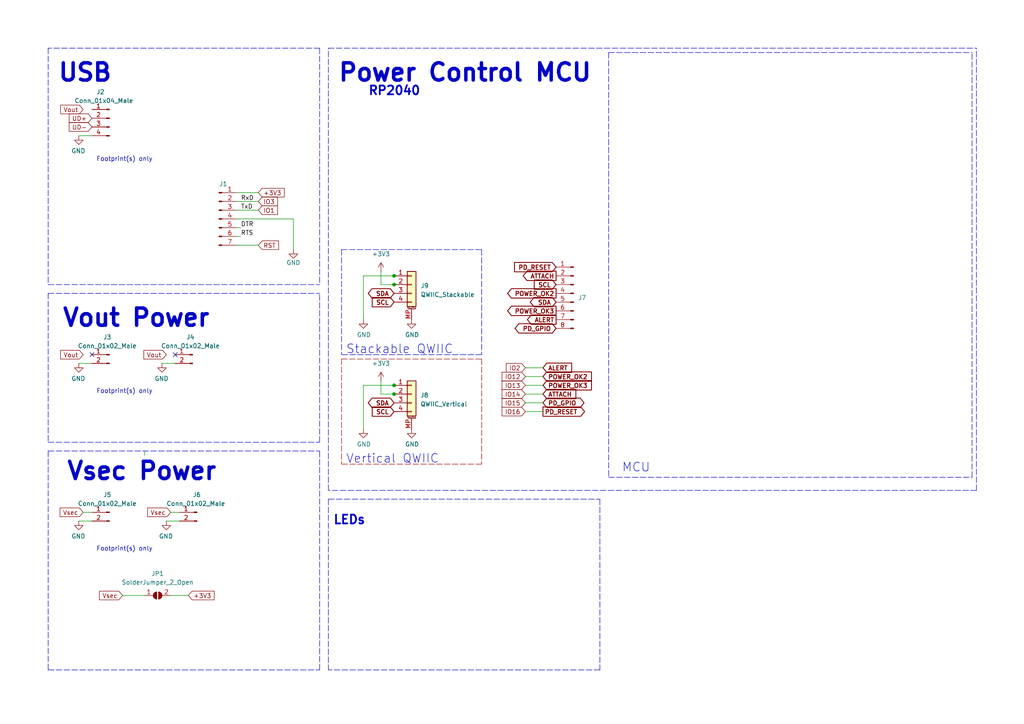
<source format=kicad_sch>
(kicad_sch (version 20211123) (generator eeschema)
  (paper "A4")
  (title_block (title "RP2040") (rev "0.0.0") (company "The Nerd Mage") (comment 2 "Massively a WIP!"))
  (lib_symbols
    (symbol "Connector:Conn_01x02_Male" (pin_names (offset 1.016) hide)
      (property "Reference" "J" (at 0 2.54 0))
      (property "Value" "Conn_01x02_Male" (at 0 -5.08 0))
      (symbol "Conn_01x02_Male_1_1"
        (pin passive line (at 5.08 0 180) (length 3.81) (name "Pin_1") (number "1"))
        (pin passive line (at 5.08 -2.54 180) (length 3.81) (name "Pin_2") (number "2"))
      )
    )
    (symbol "Connector:Conn_01x04_Male" (pin_names (offset 1.016) hide)
      (property "Reference" "J" (at 0 5.08 0))
      (property "Value" "Conn_01x04_Male" (at 0 -7.62 0))
      (symbol "Conn_01x04_Male_1_1"
        (pin passive line (at 5.08 2.54 180) (length 3.81) (name "Pin_1") (number "1"))
        (pin passive line (at 5.08 0 180) (length 3.81) (name "Pin_2") (number "2"))
        (pin passive line (at 5.08 -2.54 180) (length 3.81) (name "Pin_3") (number "3"))
        (pin passive line (at 5.08 -5.08 180) (length 3.81) (name "Pin_4") (number "4"))
      )
    )
    (symbol "Connector:Conn_01x07_Male" (pin_names (offset 1.016) hide)
      (property "Reference" "J" (at 0 10.16 0))
      (property "Value" "Conn_01x07_Male" (at 0 -10.16 0))
      (symbol "Conn_01x07_Male_1_1"
        (pin passive line (at 5.08 7.62 180) (length 3.81) (name "Pin_1") (number "1"))
        (pin passive line (at 5.08 5.08 180) (length 3.81) (name "Pin_2") (number "2"))
        (pin passive line (at 5.08 2.54 180) (length 3.81) (name "Pin_3") (number "3"))
        (pin passive line (at 5.08 0 180) (length 3.81) (name "Pin_4") (number "4"))
        (pin passive line (at 5.08 -2.54 180) (length 3.81) (name "Pin_5") (number "5"))
        (pin passive line (at 5.08 -5.08 180) (length 3.81) (name "Pin_6") (number "6"))
        (pin passive line (at 5.08 -7.62 180) (length 3.81) (name "Pin_7") (number "7"))
      )
    )
    (symbol "Connector:Conn_01x08_Male" (pin_names (offset 1.016) hide)
      (property "Reference" "J" (at 0 10.16 0))
      (property "Value" "Conn_01x08_Male" (at 0 -12.7 0))
      (symbol "Conn_01x08_Male_1_1"
        (pin passive line (at 5.08 7.62 180) (length 3.81) (name "Pin_1") (number "1"))
        (pin passive line (at 5.08 5.08 180) (length 3.81) (name "Pin_2") (number "2"))
        (pin passive line (at 5.08 2.54 180) (length 3.81) (name "Pin_3") (number "3"))
        (pin passive line (at 5.08 0 180) (length 3.81) (name "Pin_4") (number "4"))
        (pin passive line (at 5.08 -2.54 180) (length 3.81) (name "Pin_5") (number "5"))
        (pin passive line (at 5.08 -5.08 180) (length 3.81) (name "Pin_6") (number "6"))
        (pin passive line (at 5.08 -7.62 180) (length 3.81) (name "Pin_7") (number "7"))
        (pin passive line (at 5.08 -10.16 180) (length 3.81) (name "Pin_8") (number "8"))
      )
    )
    (symbol "Connector_Generic_MountingPin:Conn_01x04_MountingPin" (pin_names (offset 1.016) hide)
      (property "Reference" "J" (at 0 5.08 0))
      (property "Value" "Conn_01x04_MountingPin" (at 1.27 -7.62 0))
      (symbol "Conn_01x04_MountingPin_1_1"
        (text "Mounting" (at 0 -6.731 0) (effects (font (size 0.381 0.381))))
        (pin passive line (at -5.08 2.54 0) (length 3.81) (name "Pin_1") (number "1"))
        (pin passive line (at -5.08 0 0) (length 3.81) (name "Pin_2") (number "2"))
        (pin passive line (at -5.08 -2.54 0) (length 3.81) (name "Pin_3") (number "3"))
        (pin passive line (at -5.08 -5.08 0) (length 3.81) (name "Pin_4") (number "4"))
        (pin passive line (at 0 -10.16 90) (length 3.048) (name "MountPin") (number "MP"))
      )
    )
    (symbol "Connector_QWIIC_Stackable:QWIIC_Stackable" (pin_names (offset 1.016) hide)
      (property "Reference" "J" (at 0 5.08 0))
      (property "Value" "QWIIC_Stackable" (at 1.27 -7.62 0))
      (symbol "QWIIC_Stackable_1_1"
        (text "Mounting" (at 0 -6.731 0) (effects (font (size 0.381 0.381))))
        (pin passive line (at -5.08 2.54 0) (length 3.81) (name "Pin_1") (number "1"))
        (pin passive line (at -5.08 0 0) (length 3.81) (name "Pin_2") (number "2"))
        (pin passive line (at -5.08 -2.54 0) (length 3.81) (name "Pin_3") (number "3"))
        (pin passive line (at -5.08 -5.08 0) (length 3.81) (name "Pin_4") (number "4"))
        (pin passive line (at 0 -10.16 90) (length 3.048) (name "MountPin") (number "MP"))
      )
    )
    (symbol "Device:C" (pin_numbers hide) (pin_names (offset 0.254))
      (property "Reference" "C" (at 0.635 2.54 0))
      (property "Value" "C" (at 0.635 -2.54 0))
      (symbol "C_1_1"
        (pin passive line (at 0 3.81 270) (length 2.794) (name "~") (number "1"))
        (pin passive line (at 0 -3.81 90) (length 2.794) (name "~") (number "2"))
      )
    )
    (symbol "Device:Crystal_GND24" (pin_names (offset 1.016) hide)
      (property "Reference" "Y" (at 3.175 5.08 0))
      (property "Value" "Crystal_GND24" (at 3.175 3.175 0))
      (symbol "Crystal_GND24_1_1"
        (pin passive line (at -3.81 0 0) (length 1.27) (name "1") (number "1"))
        (pin passive line (at 0 5.08 270) (length 1.27) (name "2") (number "2"))
        (pin passive line (at 3.81 0 180) (length 1.27) (name "3") (number "3"))
        (pin passive line (at 0 -5.08 90) (length 1.27) (name "4") (number "4"))
      )
    )
    (symbol "Device:LED" (pin_numbers hide) (pin_names (offset 1.016) hide)
      (property "Reference" "D" (at 0 2.54 0))
      (property "Value" "LED" (at 0 -2.54 0))
      (symbol "LED_1_1"
        (pin passive line (at -3.81 0 0) (length 2.54) (name "K") (number "1"))
        (pin passive line (at 3.81 0 180) (length 2.54) (name "A") (number "2"))
      )
    )
    (symbol "Device:R" (pin_numbers hide) (pin_names (offset 0))
      (property "Reference" "R" (at 2.032 0 90))
      (property "Value" "R" (at 0 0 90))
      (symbol "R_1_1"
        (pin passive line (at 0 3.81 270) (length 1.27) (name "~") (number "1"))
        (pin passive line (at 0 -3.81 90) (length 1.27) (name "~") (number "2"))
      )
    )
    (symbol "Jumper:SolderJumper_2_Open" (pin_names (offset 0) hide)
      (property "Reference" "JP" (at 0 2.032 0))
      (property "Value" "SolderJumper_2_Open" (at 0 -2.54 0))
      (symbol "SolderJumper_2_Open_1_1"
        (pin passive line (at -3.81 0 0) (length 2.54) (name "A") (number "1"))
        (pin passive line (at 3.81 0 180) (length 2.54) (name "B") (number "2"))
      )
    )
    (symbol "MCU_RaspberryPi:RP2040"
      (property "Reference" "U" (at 17.78 45.72 0))
      (property "Value" "RP2040" (at 17.78 43.18 0))
      (symbol "RP2040_1_1"
        (pin power_in line (at 2.54 45.72 270) (length 3.81) (name "IOVDD") (number "1"))
        (pin passive line (at 2.54 45.72 270) (length 3.81) hide (name "IOVDD") (number "10"))
        (pin bidirectional line (at 25.4 17.78 180) (length 3.81) (name "GPIO8") (number "11"))
        (pin bidirectional line (at 25.4 15.24 180) (length 3.81) (name "GPIO9") (number "12"))
        (pin bidirectional line (at 25.4 12.7 180) (length 3.81) (name "GPIO10") (number "13"))
        (pin bidirectional line (at 25.4 10.16 180) (length 3.81) (name "GPIO11") (number "14"))
        (pin bidirectional line (at 25.4 7.62 180) (length 3.81) (name "GPIO12") (number "15"))
        (pin bidirectional line (at 25.4 5.08 180) (length 3.81) (name "GPIO13") (number "16"))
        (pin bidirectional line (at 25.4 2.54 180) (length 3.81) (name "GPIO14") (number "17"))
        (pin bidirectional line (at 25.4 0 180) (length 3.81) (name "GPIO15") (number "18"))
        (pin input line (at -25.4 -38.1 0) (length 3.81) (name "TESTEN") (number "19"))
        (pin bidirectional line (at 25.4 38.1 180) (length 3.81) (name "GPIO0") (number "2"))
        (pin input line (at -25.4 -7.62 0) (length 3.81) (name "XIN") (number "20"))
        (pin passive line (at -25.4 -17.78 0) (length 3.81) (name "XOUT") (number "21"))
        (pin passive line (at 2.54 45.72 270) (length 3.81) hide (name "IOVDD") (number "22"))
        (pin power_in line (at -2.54 45.72 270) (length 3.81) (name "DVDD") (number "23"))
        (pin output line (at -25.4 -27.94 0) (length 3.81) (name "SWCLK") (number "24"))
        (pin bidirectional line (at -25.4 -30.48 0) (length 3.81) (name "SWD") (number "25"))
        (pin input line (at -25.4 38.1 0) (length 3.81) (name "RUN") (number "26"))
        (pin bidirectional line (at 25.4 -2.54 180) (length 3.81) (name "GPIO16") (number "27"))
        (pin bidirectional line (at 25.4 -5.08 180) (length 3.81) (name "GPIO17") (number "28"))
        (pin bidirectional line (at 25.4 -7.62 180) (length 3.81) (name "GPIO18") (number "29"))
        (pin bidirectional line (at 25.4 35.56 180) (length 3.81) (name "GPIO1") (number "3"))
        (pin bidirectional line (at 25.4 -10.16 180) (length 3.81) (name "GPIO19") (number "30"))
        (pin bidirectional line (at 25.4 -12.7 180) (length 3.81) (name "GPIO20") (number "31"))
        (pin bidirectional line (at 25.4 -15.24 180) (length 3.81) (name "GPIO21") (number "32"))
        (pin passive line (at 2.54 45.72 270) (length 3.81) hide (name "IOVDD") (number "33"))
        (pin bidirectional line (at 25.4 -17.78 180) (length 3.81) (name "GPIO22") (number "34"))
        (pin bidirectional line (at 25.4 -20.32 180) (length 3.81) (name "GPIO23") (number "35"))
        (pin bidirectional line (at 25.4 -22.86 180) (length 3.81) (name "GPIO24") (number "36"))
        (pin bidirectional line (at 25.4 -25.4 180) (length 3.81) (name "GPIO25") (number "37"))
        (pin bidirectional line (at 25.4 -30.48 180) (length 3.81) (name "GPIO26_ADC0") (number "38"))
        (pin bidirectional line (at 25.4 -33.02 180) (length 3.81) (name "GPIO27_ADC1") (number "39"))
        (pin bidirectional line (at 25.4 33.02 180) (length 3.81) (name "GPIO2") (number "4"))
        (pin bidirectional line (at 25.4 -35.56 180) (length 3.81) (name "GPIO28_ADC2") (number "40"))
        (pin bidirectional line (at 25.4 -38.1 180) (length 3.81) (name "GPIO29_ADC3") (number "41"))
        (pin passive line (at 2.54 45.72 270) (length 3.81) hide (name "IOVDD") (number "42"))
        (pin power_in line (at 7.62 45.72 270) (length 3.81) (name "ADC_AVDD") (number "43"))
        (pin power_in line (at 10.16 45.72 270) (length 3.81) (name "VREG_IN") (number "44"))
        (pin power_out line (at -5.08 45.72 270) (length 3.81) (name "VREG_VOUT") (number "45"))
        (pin bidirectional line (at -25.4 27.94 0) (length 3.81) (name "USB_DM") (number "46"))
        (pin bidirectional line (at -25.4 30.48 0) (length 3.81) (name "USB_DP") (number "47"))
        (pin power_in line (at 5.08 45.72 270) (length 3.81) (name "USB_VDD") (number "48"))
        (pin passive line (at 2.54 45.72 270) (length 3.81) hide (name "IOVDD") (number "49"))
        (pin bidirectional line (at 25.4 30.48 180) (length 3.81) (name "GPIO3") (number "5"))
        (pin passive line (at -2.54 45.72 270) (length 3.81) hide (name "DVDD") (number "50"))
        (pin bidirectional line (at -25.4 7.62 0) (length 3.81) (name "QSPI_SD3") (number "51"))
        (pin output line (at -25.4 5.08 0) (length 3.81) (name "QSPI_SCLK") (number "52"))
        (pin bidirectional line (at -25.4 15.24 0) (length 3.81) (name "QSPI_SD0") (number "53"))
        (pin bidirectional line (at -25.4 10.16 0) (length 3.81) (name "QSPI_SD2") (number "54"))
        (pin bidirectional line (at -25.4 12.7 0) (length 3.81) (name "QSPI_SD1") (number "55"))
        (pin bidirectional line (at -25.4 20.32 0) (length 3.81) (name "QSPI_SS") (number "56"))
        (pin power_in line (at 0 -45.72 90) (length 3.81) (name "GND") (number "57"))
        (pin bidirectional line (at 25.4 27.94 180) (length 3.81) (name "GPIO4") (number "6"))
        (pin bidirectional line (at 25.4 25.4 180) (length 3.81) (name "GPIO5") (number "7"))
        (pin bidirectional line (at 25.4 22.86 180) (length 3.81) (name "GPIO6") (number "8"))
        (pin bidirectional line (at 25.4 20.32 180) (length 3.81) (name "GPIO7") (number "9"))
      )
    )
    (symbol "Memory_Flash:W25Q32JVZP"
      (property "Reference" "U" (at -8.89 8.89 0))
      (property "Value" "W25Q32JVZP" (at 7.62 8.89 0))
      (symbol "W25Q32JVZP_1_1"
        (pin input line (at -12.7 2.54 0) (length 2.54) (name "~{CS}") (number "1"))
        (pin bidirectional line (at 12.7 2.54 180) (length 2.54) (name "DO(IO1)") (number "2"))
        (pin bidirectional line (at 12.7 -2.54 180) (length 2.54) (name "IO2") (number "3"))
        (pin power_in line (at 0 -10.16 90) (length 2.54) (name "GND") (number "4"))
        (pin bidirectional line (at 12.7 5.08 180) (length 2.54) (name "DI(IO0)") (number "5"))
        (pin input line (at -12.7 -2.54 0) (length 2.54) (name "CLK") (number "6"))
        (pin bidirectional line (at 12.7 -5.08 180) (length 2.54) (name "IO3") (number "7"))
        (pin power_in line (at 0 10.16 270) (length 2.54) (name "VCC") (number "8"))
        (pin passive line (at 2.54 -10.16 90) (length 2.54) (name "EP") (number "9"))
      )
    )
    (symbol "Transistor_FET:DMG1012T" (pin_names (offset 0) hide)
      (property "Reference" "Q" (at 5.08 1.905 0))
      (property "Value" "DMG1012T" (at 5.08 0 0))
      (symbol "DMG1012T_1_1"
        (pin input line (at -5.08 0 0) (length 2.54) (name "G") (number "1"))
        (pin passive line (at 2.54 -5.08 90) (length 2.54) (name "S") (number "2"))
        (pin passive line (at 2.54 5.08 270) (length 2.54) (name "D") (number "3"))
      )
    )
    (symbol "XL-1010RGBC-WS2812B:XL-1010RGBC-WS2812B"
      (property "Value" "XL-1010RGBC-WS2812B" (at 0 0 0))
      (property "Reference_1" "LED" (at 21.59 7.62 0))
      (property "Value_1" "XL-1010RGBC-WS2812B" (at 21.59 5.08 0))
      (symbol "XL-1010RGBC-WS2812B_1_1"
        (pin passive line (at 0 0 0) (length 5.08) (name "DO") (number "1"))
        (pin passive line (at 25.4 0 180) (length 5.08) (name "VDD") (number "2"))
        (pin passive line (at 0 -2.54 0) (length 5.08) (name "GND") (number "3"))
        (pin passive line (at 25.4 -2.54 180) (length 5.08) (name "DI") (number "4"))
      )
    )
    (symbol "power:+1V1" (power) (pin_names (offset 0))
      (property "Value" "+1V1" (at 0 3.556 0))
      (symbol "+1V1_1_1"
        (pin power_in line (at 0 0 90) (length 0) hide (name "+1V1") (number "1"))
      )
    )
    (symbol "power:+3.3V" (power) (pin_names (offset 0))
      (property "Value" "+3.3V" (at 0 3.556 0))
      (symbol "+3.3V_1_1"
        (pin power_in line (at 0 0 90) (length 0) hide (name "+3V3") (number "1"))
      )
    )
    (symbol "power:+3V3" (power) (pin_names (offset 0))
      (property "Value" "+3V3" (at 0 3.556 0))
      (symbol "+3V3_1_1"
        (pin power_in line (at 0 0 90) (length 0) hide (name "+3V3") (number "1"))
      )
    )
    (symbol "power:GND" (power) (pin_names (offset 0))
      (property "Value" "GND" (at 0 -3.81 0))
      (symbol "GND_1_1"
        (pin power_in line (at 0 0 270) (length 0) hide (name "GND") (number "1"))
      )
    )
  )
  (junction (at 114.3 82.55))
  (junction (at 463.55 121.92))
  (junction (at 321.31 125.73))
  (junction (at 469.9 121.92))
  (junction (at 482.6 121.92))
  (junction (at 444.5 121.92))
  (junction (at 444.5 106.68))
  (junction (at 463.55 106.68))
  (junction (at 114.3 111.76))
  (junction (at 482.6 106.68))
  (junction (at 381 43.18))
  (junction (at 342.9 181.61))
  (junction (at 314.96 130.81))
  (junction (at 424.18 33.02))
  (junction (at 424.18 43.18))
  (junction (at 434.34 74.93))
  (junction (at 457.2 121.92))
  (junction (at 114.3 80.01))
  (junction (at 457.2 106.68))
  (junction (at 342.9 167.64))
  (junction (at 434.34 88.9))
  (junction (at 542.29 111.76))
  (junction (at 393.7 26.67))
  (junction (at 114.3 114.3))
  (junction (at 334.01 125.73))
  (junction (at 469.9 106.68))
  (junction (at 386.08 26.67))
  (junction (at 381 26.67))
  (no_connect (at 50.8 102.87))
  (no_connect (at 26.67 102.87))
  (wire (pts (xy 114.3 114.3) (xy 114.2451 114.3184)))
  (wire (pts (xy 334.01 109.22) (xy 334.01 125.73)))
  (wire (pts (xy 457.2 106.68) (xy 463.55 106.68)))
  (wire (pts (xy 552.45 58.42) (xy 556.26 58.42)))
  (wire (pts (xy 424.18 31.75) (xy 424.18 33.02)))
  (wire (pts (xy 444.5 106.68) (xy 444.5 110.49)))
  (wire (pts (xy 463.55 106.68) (xy 469.9 106.68)))
  (wire (pts (xy 114.3 82.55) (xy 110.49 82.55)))
  (wire (pts (xy 35.56 172.72) (xy 41.91 172.72)))
  (wire (pts (xy 386.08 26.67) (xy 386.08 45.72)))
  (wire (pts (xy 68.58 66.04) (xy 69.85 66.04)))
  (polyline (pts (xy 95.25 144.78) (xy 173.99 144.78)))
  (polyline (pts (xy 92.71 13.97) (xy 92.71 82.55)))
  (wire (pts (xy 358.14 156.21) (xy 358.14 160.02)))
  (polyline (pts (xy 176.53 138.43) (xy 281.94 138.43)))
  (wire (pts (xy 114.3 82.55) (xy 114.2451 82.5684)))
  (polyline (pts (xy 92.71 13.97) (xy 13.97 13.97)))
  (polyline (pts (xy 13.97 128.27) (xy 92.71 128.27)))
  (wire (pts (xy 463.55 121.92) (xy 469.9 121.92)))
  (wire (pts (xy 326.39 63.5) (xy 326.39 66.04)))
  (polyline (pts (xy 95.25 144.78) (xy 95.25 194.31)))
  (polyline (pts (xy 99.06 104.14) (xy 99.06 134.62)) (stroke (width 0) (color 155 0 0 1)))
  (wire (pts (xy 327.66 130.81) (xy 314.96 130.81)))
  (wire (pts (xy 342.9 167.64) (xy 342.9 165.1)))
  (wire (pts (xy 393.7 26.67) (xy 393.7 45.72)))
  (wire (pts (xy 559.0655 15.24) (xy 559.0655 33.02)))
  (wire (pts (xy 110.49 114.3) (xy 110.49 110.49)))
  (polyline (pts (xy 92.71 128.27) (xy 92.71 85.09)))
  (wire (pts (xy 434.34 88.9) (xy 434.34 85.09)))
  (polyline (pts (xy 139.7 72.39) (xy 139.7 102.87)))
  (wire (pts (xy 393.7 20.32) (xy 393.7 26.67)))
  (wire (pts (xy 457.2 106.68) (xy 457.2 110.49)))
  (wire (pts (xy 114.3 80.01) (xy 105.41 80.01)))
  (polyline (pts (xy 312.42 116.84) (xy 342.9 116.84)) (stroke (width 0) (type solid) (color 127 31 31 1)))
  (wire (pts (xy 331.47 125.73) (xy 334.01 125.73)))
  (wire (pts (xy 334.01 125.73) (xy 334.01 132.08)))
  (wire (pts (xy 358.14 109.22) (xy 334.01 109.22)))
  (polyline (pts (xy 13.97 130.81) (xy 92.71 130.81)))
  (polyline (pts (xy 99.06 104.14) (xy 139.7 104.14)) (stroke (width 0) (color 155 0 0 1)))
  (wire (pts (xy 381 26.67) (xy 381 43.18)))
  (wire (pts (xy 424.18 33.02) (xy 424.18 34.29)))
  (wire (pts (xy 85.09 63.5) (xy 68.58 63.5)))
  (wire (pts (xy 482.6 106.68) (xy 482.6 110.49)))
  (wire (pts (xy 469.9 106.68) (xy 469.9 110.49)))
  (wire (pts (xy 482.6 118.11) (xy 482.6 121.92)))
  (wire (pts (xy 457.2 118.11) (xy 457.2 121.92)))
  (polyline (pts (xy 13.97 85.09) (xy 13.97 128.27)))
  (wire (pts (xy 434.34 74.93) (xy 434.34 77.47)))
  (wire (pts (xy 152.4 109.22) (xy 157.48 109.22)))
  (wire (pts (xy 447.04 74.93) (xy 434.34 74.93)))
  (wire (pts (xy 334.01 58.42) (xy 339.09 58.42)))
  (wire (pts (xy 444.5 118.11) (xy 444.5 121.92)))
  (wire (pts (xy 391.16 43.18) (xy 424.18 43.18)))
  (polyline (pts (xy 173.99 194.31) (xy 95.25 194.31)))
  (wire (pts (xy 533.4 57.15) (xy 533.4 58.42)))
  (polyline (pts (xy 176.53 15.24) (xy 176.53 138.43)))
  (polyline (pts (xy 281.94 138.43) (xy 281.94 15.24)))
  (wire (pts (xy 331.47 167.64) (xy 342.9 167.64)))
  (wire (pts (xy 462.28 55.88) (xy 467.36 55.88)))
  (wire (pts (xy 85.09 72.39) (xy 85.09 63.5)))
  (polyline (pts (xy 13.97 194.31) (xy 92.71 194.31)))
  (wire (pts (xy 26.67 39.37) (xy 22.86 39.37)))
  (wire (pts (xy 110.49 82.55) (xy 110.49 78.74)))
  (wire (pts (xy 495.3 121.92) (xy 495.3 118.11)))
  (wire (pts (xy 424.18 41.91) (xy 424.18 43.18)))
  (polyline (pts (xy 13.97 82.55) (xy 92.71 82.55)))
  (wire (pts (xy 424.18 43.18) (xy 424.18 44.45)))
  (wire (pts (xy 388.62 45.72) (xy 388.62 26.67)))
  (wire (pts (xy 331.47 181.61) (xy 342.9 181.61)))
  (wire (pts (xy 431.8 121.92) (xy 444.5 121.92)))
  (wire (pts (xy 381 43.18) (xy 381 45.72)))
  (wire (pts (xy 378.46 43.18) (xy 378.46 45.72)))
  (polyline (pts (xy 95.25 142.24) (xy 95.25 13.97)))
  (polyline (pts (xy 92.71 194.31) (xy 92.71 130.81)))
  (polyline (pts (xy 13.97 130.81) (xy 13.97 194.31)))
  (wire (pts (xy 559.0655 33.02) (xy 553.72 33.02)))
  (wire (pts (xy 152.4 119.38) (xy 157.48 119.38)))
  (wire (pts (xy 447.04 77.47) (xy 447.04 74.93)))
  (wire (pts (xy 68.58 71.12) (xy 74.93 71.12)))
  (wire (pts (xy 321.31 99.06) (xy 321.31 125.73)))
  (wire (pts (xy 495.3 110.49) (xy 495.3 106.68)))
  (polyline (pts (xy 312.42 116.84) (xy 312.42 147.32)) (stroke (width 0) (type solid) (color 127 31 31 1)))
  (polyline (pts (xy 95.25 13.97) (xy 283.21 13.97)))
  (polyline (pts (xy 283.21 142.24) (xy 95.25 142.24)))
  (wire (pts (xy 321.31 125.73) (xy 323.85 125.73)))
  (polyline (pts (xy 99.06 72.39) (xy 139.7 72.39)))
  (polyline (pts (xy 13.97 13.97) (xy 13.97 82.55)))
  (wire (pts (xy 444.5 106.68) (xy 457.2 106.68)))
  (wire (pts (xy 68.58 58.42) (xy 74.93 58.42)))
  (wire (pts (xy 314.96 120.65) (xy 314.96 130.81)))
  (wire (pts (xy 26.67 105.41) (xy 22.86 105.41)))
  (wire (pts (xy 469.9 121.92) (xy 482.6 121.92)))
  (wire (pts (xy 152.4 114.3) (xy 157.48 114.3)))
  (wire (pts (xy 434.34 73.66) (xy 434.34 74.93)))
  (wire (pts (xy 533.4 58.42) (xy 534.67 58.42)))
  (polyline (pts (xy 312.42 147.32) (xy 342.9 147.32)) (stroke (width 0) (type solid) (color 127 31 31 1)))
  (polyline (pts (xy 139.7 104.14) (xy 139.7 134.62)) (stroke (width 0) (color 155 0 0 1)))
  (wire (pts (xy 431.8 118.11) (xy 431.8 121.92)))
  (wire (pts (xy 556.26 74.93) (xy 556.26 76.2)))
  (wire (pts (xy 482.6 121.92) (xy 495.3 121.92)))
  (wire (pts (xy 68.58 55.88) (xy 74.93 55.88)))
  (wire (pts (xy 339.09 60.96) (xy 358.14 60.96)))
  (wire (pts (xy 68.58 68.58) (xy 69.85 68.58)))
  (wire (pts (xy 68.58 60.96) (xy 74.93 60.96)))
  (wire (pts (xy 41.91 132.08) (xy 41.91 130.81)))
  (polyline (pts (xy 99.06 72.39) (xy 99.06 102.87)))
  (wire (pts (xy 358.14 99.06) (xy 321.31 99.06)))
  (wire (pts (xy 447.04 85.09) (xy 447.04 88.9)))
  (wire (pts (xy 537.21 13.97) (xy 537.21 15.24)))
  (wire (pts (xy 474.98 55.88) (xy 481.33 55.88)))
  (polyline (pts (xy 342.9 147.32) (xy 342.9 116.84)) (stroke (width 0) (type solid) (color 127 31 31 1)))
  (wire (pts (xy 391.16 43.18) (xy 391.16 45.72)))
  (wire (pts (xy 342.9 167.64) (xy 342.9 171.45)))
  (wire (pts (xy 152.4 106.68) (xy 157.48 106.68)))
  (wire (pts (xy 321.31 125.73) (xy 321.31 132.08)))
  (wire (pts (xy 49.53 172.72) (xy 54.61 172.72)))
  (wire (pts (xy 469.9 118.11) (xy 469.9 121.92)))
  (wire (pts (xy 549.91 74.93) (xy 556.26 74.93)))
  (wire (pts (xy 444.5 121.92) (xy 457.2 121.92)))
  (wire (pts (xy 152.4 111.76) (xy 157.48 111.76)))
  (wire (pts (xy 542.29 105.41) (xy 542.29 111.76)))
  (wire (pts (xy 339.09 66.04) (xy 339.09 63.5)))
  (wire (pts (xy 542.29 111.76) (xy 542.29 120.65)))
  (wire (pts (xy 424.18 33.02) (xy 430.53 33.02)))
  (wire (pts (xy 544.83 58.42) (xy 542.29 58.42)))
  (wire (pts (xy 342.9 181.61) (xy 342.9 179.07)))
  (wire (pts (xy 49.53 148.59) (xy 52.07 148.59)))
  (wire (pts (xy 381 43.18) (xy 378.46 43.18)))
  (wire (pts (xy 431.8 110.49) (xy 431.8 106.68)))
  (wire (pts (xy 114.3 111.76) (xy 114.2451 111.7784)))
  (wire (pts (xy 353.06 167.64) (xy 342.9 167.64)))
  (wire (pts (xy 556.26 58.42) (xy 556.26 59.69)))
  (wire (pts (xy 381 20.32) (xy 381 26.67)))
  (wire (pts (xy 431.8 106.68) (xy 444.5 106.68)))
  (wire (pts (xy 105.41 80.01) (xy 105.41 92.71)))
  (wire (pts (xy 114.3 111.76) (xy 105.41 111.76)))
  (wire (pts (xy 327.66 120.65) (xy 314.96 120.65)))
  (wire (pts (xy 339.09 63.5) (xy 358.14 63.5)))
  (wire (pts (xy 114.3 114.3) (xy 110.49 114.3)))
  (wire (pts (xy 447.04 88.9) (xy 434.34 88.9)))
  (wire (pts (xy 495.3 106.68) (xy 482.6 106.68)))
  (wire (pts (xy 546.1 15.24) (xy 559.0655 15.24)))
  (wire (pts (xy 388.62 26.67) (xy 386.08 26.67)))
  (polyline (pts (xy 173.99 144.78) (xy 173.99 194.31)))
  (polyline (pts (xy 139.7 134.62) (xy 99.06 134.62)) (stroke (width 0) (color 155 0 0 1)))
  (wire (pts (xy 52.07 151.13) (xy 48.26 151.13)))
  (wire (pts (xy 469.9 106.68) (xy 482.6 106.68)))
  (wire (pts (xy 50.8 105.41) (xy 46.99 105.41)))
  (wire (pts (xy 537.21 15.24) (xy 538.48 15.24)))
  (wire (pts (xy 114.3 80.01) (xy 114.2451 80.0284)))
  (polyline (pts (xy 283.21 142.24) (xy 283.21 13.97)))
  (polyline (pts (xy 139.7 102.87) (xy 99.06 102.87)))
  (wire (pts (xy 386.08 20.32) (xy 386.08 26.67)))
  (polyline (pts (xy 13.97 85.09) (xy 92.71 85.09)))
  (wire (pts (xy 339.09 58.42) (xy 339.09 60.96)))
  (wire (pts (xy 24.13 148.59) (xy 26.67 148.59)))
  (wire (pts (xy 331.47 171.45) (xy 331.47 167.64)))
  (polyline (pts (xy 176.53 15.24) (xy 281.94 15.24)))
  (wire (pts (xy 26.67 151.13) (xy 22.86 151.13)))
  (wire (pts (xy 105.41 111.76) (xy 105.41 124.46)))
  (wire (pts (xy 326.39 58.42) (xy 326.39 60.96)))
  (wire (pts (xy 334.01 66.04) (xy 339.09 66.04)))
  (wire (pts (xy 331.47 179.07) (xy 331.47 181.61)))
  (wire (pts (xy 457.2 121.92) (xy 463.55 121.92)))
  (wire (pts (xy 314.96 130.81) (xy 314.96 139.7)))
  (wire (pts (xy 152.4 116.84) (xy 157.48 116.84)))
  (text "Vsec Power" (at 19.05 139.7 0) (effects (font (size 5 5) (thickness 1) bold) (justify left bottom)))
  (text "Vout Power" (at 17.78 95.25 0) (effects (font (size 5 5) (thickness 1) bold) (justify left bottom)))
  (text "MCU" (at 180.34 137.16 0) (effects (font (size 2.54 2.54)) (justify left bottom)))
  (text "Footprint(s) only" (at 27.94 46.99 0) (effects (font (size 1.27 1.27)) (justify left bottom)))
  (text "Footprint(s) only" (at 27.94 160.02 0) (effects (font (size 1.27 1.27)) (justify left bottom)))
  (text "RP2040" (at 106.68 27.94 180) (effects (font (size 2.54 2.54) (thickness 0.508) bold) (justify left bottom)))
  (text "USB" (at 16.51 24.13 0) (effects (font (size 5 5) (thickness 1) bold) (justify left bottom)))
  (text "Stackable QWIIC" (at 100.33 102.87 0) (effects (font (size 2.54 2.54)) (justify left bottom)))
  (text "Vertical QWIIC" (at 100.33 134.62 0) (effects (font (size 2.54 2.54)) (justify left bottom)))
  (text "Power Control MCU" (at 97.79 24.13 0) (effects (font (size 5 5) (thickness 1) bold) (justify left bottom)))
  (text "Footprint(s) only" (at 27.94 114.3 0) (effects (font (size 1.27 1.27)) (justify left bottom)))
  (text "LEDs" (at 96.52 152.4 180) (effects (font (size 2.54 2.54) (thickness 0.508) bold) (justify left bottom)))
  (label "RxD" (at 69.85 58.42 0))
  (label "USB_DP" (at 350.52 60.96 0))
  (label "Xout" (at 350.52 109.22 0))
  (label "USB_DM" (at 350.52 63.5 0))
  (label "RTS" (at 69.85 68.58 0))
  (label "TxD" (at 69.85 60.96 0))
  (label "DTR" (at 69.85 66.04 0))
  (label "Xin" (at 350.52 99.06 0))
  (global_label "io17" (shape input) (at 408.94 96.52 0) (property "Intersheet References" "${INTERSHEET_REFS}" (effects hide)))
  (global_label "io27" (shape input) (at 408.94 124.46 0) (property "Intersheet References" "${INTERSHEET_REFS}" (effects hide)))
  (global_label "QSPI_SD1" (shape input) (at 554.99 128.27 0) (property "Intersheet References" "${INTERSHEET_REFS}" (effects hide)))
  (global_label "QSPI_SD3" (shape input) (at 358.14 83.82 180) (effects (font (thickness 0.254) bold)) (property "Intersheet References" "${INTERSHEET_REFS}" (effects hide)))
  (global_label "PD_RESET" (shape output) (at 157.48 119.38 0) (effects (font (thickness 0.254) bold)) (property "Intersheet References" "${INTERSHEET_REFS}" (effects hide)))
  (global_label "IO12" (shape input) (at 152.4 109.22 180) (property "Intersheet References" "${INTERSHEET_REFS}" (effects hide)))
  (global_label "QSPI_SD0" (shape input) (at 554.99 125.73 0) (property "Intersheet References" "${INTERSHEET_REFS}" (effects hide)))
  (global_label "io5" (shape input) (at 408.94 66.04 0) (property "Intersheet References" "${INTERSHEET_REFS}" (effects hide)))
  (global_label "QSPI_SD2" (shape input) (at 358.14 81.28 180) (effects (font (thickness 0.254) bold)) (property "Intersheet References" "${INTERSHEET_REFS}" (effects hide)))
  (global_label "ATTACH" (shape input) (at 157.48 114.3 0) (effects (font (thickness 0.254) bold)) (property "Intersheet References" "${INTERSHEET_REFS}" (effects hide)))
  (global_label "io7" (shape input) (at 408.94 71.12 0) (property "Intersheet References" "${INTERSHEET_REFS}" (effects hide)))
  (global_label "PD_GPIO" (shape bidirectional) (at 161.29 95.25 180) (effects (font (thickness 0.254) bold)) (property "Intersheet References" "${INTERSHEET_REFS}" (effects hide)))
  (global_label "IO2" (shape input) (at 152.4 106.68 180) (property "Intersheet References" "${INTERSHEET_REFS}" (effects hide)))
  (global_label "Vout" (shape input) (at 24.13 31.75 180) (property "Intersheet References" "${INTERSHEET_REFS}" (effects hide)))
  (global_label "io23" (shape input) (at 408.94 111.76 0) (property "Intersheet References" "${INTERSHEET_REFS}" (effects hide)))
  (global_label "POWER_OK2" (shape input) (at 157.48 109.22 0) (effects (font (thickness 0.254) bold)) (property "Intersheet References" "${INTERSHEET_REFS}" (effects hide)))
  (global_label "IO16" (shape input) (at 152.4 119.38 180) (property "Intersheet References" "${INTERSHEET_REFS}" (effects hide)))
  (global_label "SDA" (shape bidirectional) (at 114.3 116.84 180) (effects (font bold)) (property "Intersheet References" "${INTERSHEET_REFS}" (effects hide)))
  (global_label "io14" (shape input) (at 408.94 88.9 0) (property "Intersheet References" "${INTERSHEET_REFS}" (effects hide)))
  (global_label "io1" (shape input) (at 408.94 55.88 0) (property "Intersheet References" "${INTERSHEET_REFS}" (effects hide)))
  (global_label "Vout" (shape input) (at 24.13 102.87 180) (property "Intersheet References" "${INTERSHEET_REFS}" (effects hide)))
  (global_label "QSPI_SCLK" (shape input) (at 358.14 86.36 180) (effects (font (thickness 0.254) bold)) (property "Intersheet References" "${INTERSHEET_REFS}" (effects hide)))
  (global_label "PD_RESET" (shape input) (at 161.29 77.47 180) (effects (font (thickness 0.254) bold)) (property "Intersheet References" "${INTERSHEET_REFS}" (effects hide)))
  (global_label "io10" (shape input) (at 408.94 78.74 0) (property "Intersheet References" "${INTERSHEET_REFS}" (effects hide)))
  (global_label "io22" (shape input) (at 408.94 109.22 0) (property "Intersheet References" "${INTERSHEET_REFS}" (effects hide)))
  (global_label "io11" (shape input) (at 408.94 81.28 0) (property "Intersheet References" "${INTERSHEET_REFS}" (effects hide)))
  (global_label "PD_GPIO" (shape bidirectional) (at 157.48 116.84 0) (effects (font (thickness 0.254) bold)) (property "Intersheet References" "${INTERSHEET_REFS}" (effects hide)))
  (global_label "Vsec" (shape input) (at 24.13 148.59 180) (property "Intersheet References" "${INTERSHEET_REFS}" (effects hide)))
  (global_label "IO15" (shape input) (at 152.4 116.84 180) (property "Intersheet References" "${INTERSHEET_REFS}" (effects hide)))
  (global_label "io29" (shape input) (at 408.94 129.54 0) (property "Intersheet References" "${INTERSHEET_REFS}" (effects hide)))
  (global_label "io24" (shape input) (at 553.72 35.56 0) (property "Intersheet References" "${INTERSHEET_REFS}" (effects hide)))
  (global_label "QSPI_SCLK" (shape input) (at 529.59 133.35 180) (property "Intersheet References" "${INTERSHEET_REFS}" (effects hide)))
  (global_label "io19" (shape input) (at 408.94 101.6 0) (property "Intersheet References" "${INTERSHEET_REFS}" (effects hide)))
  (global_label "io16" (shape input) (at 408.94 93.98 0) (property "Intersheet References" "${INTERSHEET_REFS}" (effects hide)))
  (global_label "BootMode" (shape input) (at 481.33 55.88 0) (property "Intersheet References" "${INTERSHEET_REFS}" (effects hide)))
  (global_label "UD-" (shape input) (at 26.67 36.83 180) (property "Intersheet References" "${INTERSHEET_REFS}" (effects hide)))
  (global_label "Vout" (shape input) (at 48.26 102.87 180) (property "Intersheet References" "${INTERSHEET_REFS}" (effects hide)))
  (global_label "IO14" (shape input) (at 152.4 114.3 180) (property "Intersheet References" "${INTERSHEET_REFS}" (effects hide)))
  (global_label "+3V3" (shape input) (at 54.61 172.72 0) (property "Intersheet References" "${INTERSHEET_REFS}" (effects hide)))
  (global_label "QSPI_SD0" (shape input) (at 358.14 76.2 180) (effects (font (thickness 0.254) bold)) (property "Intersheet References" "${INTERSHEET_REFS}" (effects hide)))
  (global_label "io8" (shape input) (at 408.94 73.66 0) (property "Intersheet References" "${INTERSHEET_REFS}" (effects hide)))
  (global_label "QSPI_SD3" (shape input) (at 554.99 135.89 0) (property "Intersheet References" "${INTERSHEET_REFS}" (effects hide)))
  (global_label "ALERT" (shape input) (at 157.48 106.68 0) (effects (font bold)) (property "Intersheet References" "${INTERSHEET_REFS}" (effects hide)))
  (global_label "io9" (shape input) (at 408.94 76.2 0) (property "Intersheet References" "${INTERSHEET_REFS}" (effects hide)))
  (global_label "SWCLK" (shape input) (at 358.14 119.38 180) (property "Intersheet References" "${INTERSHEET_REFS}" (effects hide)))
  (global_label "io0" (shape input) (at 408.94 53.34 0) (property "Intersheet References" "${INTERSHEET_REFS}" (effects hide)))
  (global_label "io20" (shape input) (at 408.94 104.14 0) (property "Intersheet References" "${INTERSHEET_REFS}" (effects hide)))
  (global_label "io28" (shape input) (at 408.94 127 0) (property "Intersheet References" "${INTERSHEET_REFS}" (effects hide)))
  (global_label "Vsec" (shape input) (at 35.56 172.72 180) (property "Intersheet References" "${INTERSHEET_REFS}" (effects hide)))
  (global_label "io25" (shape input) (at 408.94 116.84 0) (property "Intersheet References" "${INTERSHEET_REFS}" (effects hide)))
  (global_label "POWER_OK3" (shape input) (at 157.48 111.76 0) (effects (font (thickness 0.254) bold)) (property "Intersheet References" "${INTERSHEET_REFS}" (effects hide)))
  (global_label "QSPI SS" (shape input) (at 462.28 55.88 180) (property "Intersheet References" "${INTERSHEET_REFS}" (effects hide)))
  (global_label "UD-" (shape input) (at 326.39 63.5 180) (property "Intersheet References" "${INTERSHEET_REFS}" (effects hide)))
  (global_label "SDA" (shape bidirectional) (at 114.3 85.09 180) (effects (font bold)) (property "Intersheet References" "${INTERSHEET_REFS}" (effects hide)))
  (global_label "SCL" (shape input) (at 114.3 119.38 180) (effects (font (thickness 0.254) bold)) (property "Intersheet References" "${INTERSHEET_REFS}" (effects hide)))
  (global_label "SWDIO" (shape input) (at 358.14 121.92 180) (property "Intersheet References" "${INTERSHEET_REFS}" (effects hide)))
  (global_label "io26" (shape input) (at 408.94 121.92 0) (property "Intersheet References" "${INTERSHEET_REFS}" (effects hide)))
  (global_label "SDA" (shape bidirectional) (at 161.29 87.63 180) (effects (font bold)) (property "Intersheet References" "${INTERSHEET_REFS}" (effects hide)))
  (global_label "io2" (shape input) (at 408.94 58.42 0) (property "Intersheet References" "${INTERSHEET_REFS}" (effects hide)))
  (global_label "+3V3" (shape input) (at 74.93 55.88 0) (property "Intersheet References" "${INTERSHEET_REFS}" (effects hide)))
  (global_label "io4" (shape input) (at 408.94 63.5 0) (property "Intersheet References" "${INTERSHEET_REFS}" (effects hide)))
  (global_label "ALERT" (shape output) (at 161.29 92.71 180) (effects (font bold)) (property "Intersheet References" "${INTERSHEET_REFS}" (effects hide)))
  (global_label "io18" (shape input) (at 408.94 99.06 0) (property "Intersheet References" "${INTERSHEET_REFS}" (effects hide)))
  (global_label "io3" (shape input) (at 408.94 60.96 0) (property "Intersheet References" "${INTERSHEET_REFS}" (effects hide)))
  (global_label "QSPI_SD1" (shape input) (at 358.14 78.74 180) (effects (font (thickness 0.254) bold)) (property "Intersheet References" "${INTERSHEET_REFS}" (effects hide)))
  (global_label "ATTACH" (shape output) (at 161.29 80.01 180) (effects (font (thickness 0.254) bold)) (property "Intersheet References" "${INTERSHEET_REFS}" (effects hide)))
  (global_label "QSPI_SD2" (shape input) (at 554.99 133.35 0) (property "Intersheet References" "${INTERSHEET_REFS}" (effects hide)))
  (global_label "IO13" (shape input) (at 152.4 111.76 180) (property "Intersheet References" "${INTERSHEET_REFS}" (effects hide)))
  (global_label "SCL" (shape input) (at 114.3 87.63 180) (effects (font (thickness 0.254) bold)) (property "Intersheet References" "${INTERSHEET_REFS}" (effects hide)))
  (global_label "ADC_REF" (shape input) (at 430.53 33.02 0) (property "Intersheet References" "${INTERSHEET_REFS}" (effects hide)))
  (global_label "QSPI SS" (shape input) (at 529.59 128.27 180) (property "Intersheet References" "${INTERSHEET_REFS}" (effects hide)))
  (global_label "io25" (shape input) (at 534.67 74.93 180) (property "Intersheet References" "${INTERSHEET_REFS}" (effects hide)))
  (global_label "IO3" (shape input) (at 74.93 58.42 0) (property "Intersheet References" "${INTERSHEET_REFS}" (effects hide)))
  (global_label "SCL" (shape input) (at 161.29 82.55 180) (effects (font (thickness 0.254) bold)) (property "Intersheet References" "${INTERSHEET_REFS}" (effects hide)))
  (global_label "io21" (shape input) (at 408.94 106.68 0) (property "Intersheet References" "${INTERSHEET_REFS}" (effects hide)))
  (global_label "Reset" (shape input) (at 358.14 53.34 180) (property "Intersheet References" "${INTERSHEET_REFS}" (effects hide)))
  (global_label "io24" (shape input) (at 408.94 114.3 0) (property "Intersheet References" "${INTERSHEET_REFS}" (effects hide)))
  (global_label "QSPI SS" (shape input) (at 358.14 71.12 180) (property "Intersheet References" "${INTERSHEET_REFS}" (effects hide)))
  (global_label "io12" (shape input) (at 408.94 83.82 0) (property "Intersheet References" "${INTERSHEET_REFS}" (effects hide)))
  (global_label "Vsec" (shape input) (at 49.53 148.59 180) (property "Intersheet References" "${INTERSHEET_REFS}" (effects hide)))
  (global_label "UD+" (shape input) (at 326.39 60.96 180) (property "Intersheet References" "${INTERSHEET_REFS}" (effects hide)))
  (global_label "io6" (shape input) (at 408.94 68.58 0) (property "Intersheet References" "${INTERSHEET_REFS}" (effects hide)))
  (global_label "POWER_OK3" (shape output) (at 161.29 90.17 180) (effects (font (thickness 0.254) bold)) (property "Intersheet References" "${INTERSHEET_REFS}" (effects hide)))
  (global_label "io15" (shape input) (at 408.94 91.44 0) (property "Intersheet References" "${INTERSHEET_REFS}" (effects hide)))
  (global_label "RST" (shape input) (at 74.93 71.12 0) (property "Intersheet References" "${INTERSHEET_REFS}" (effects hide)))
  (global_label "IO1" (shape input) (at 74.93 60.96 0) (property "Intersheet References" "${INTERSHEET_REFS}" (effects hide)))
  (global_label "POWER_OK2" (shape output) (at 161.29 85.09 180) (effects (font (thickness 0.254) bold)) (property "Intersheet References" "${INTERSHEET_REFS}" (effects hide)))
  (global_label "io13" (shape input) (at 408.94 86.36 0) (property "Intersheet References" "${INTERSHEET_REFS}" (effects hide)))
  (global_label "UD+" (shape input) (at 26.67 34.29 180) (property "Intersheet References" "${INTERSHEET_REFS}" (effects hide)))
  (symbol (lib_id "power:GND") (at 549.91 111.76 0) (unit 1)
    (property "Reference" "#PWR0130" (effects hide))
    (property "Value" "GND" (at 549.91 116.84 0))
  )
  (symbol (lib_id "power:GND") (at 105.41 124.46 0) (unit 1)
    (property "Reference" "#PWR0109" (effects hide))
    (property "Value" "GND" (at 105.537 128.8542 0))
  )
  (symbol (lib_id "power:+3V3") (at 386.08 20.32 0) (unit 1)
    (property "Reference" "#PWR0111" (effects hide))
    (property "Value" "+3V3" (at 386.08 15.24 0))
  )
  (symbol (lib_id "power:+3V3") (at 537.21 13.97 0) (unit 1)
    (property "Reference" "#PWR0117" (effects hide))
    (property "Value" "+3V3" (at 537.21 8.89 0))
  )
  (symbol (lib_id "Connector:Conn_01x07_Male") (at 63.5 63.5 0) (unit 1) (in_bom no) (on_board no)
    (property "Reference" "J1" (at 64.77 53.34 0))
    (property "Value" "Conn_01x07_Male" (effects hide))
    (property "Footprint" "Tinker:Board_Stacker_7" (effects hide))
    (property "Note" "Footprint only" (effects hide))
  )
  (symbol (lib_id "Device:R") (at 542.29 15.24 90) (unit 1)
    (property "Reference" "R10" (at 547.37 13.97 90))
    (property "Value" "???" (at 547.37 16.51 90))
    (property "Footprint" "Resistor_SMD:R_0402_1005Metric" (effects hide))
  )
  (symbol (lib_id "power:GND") (at 542.29 140.97 0) (unit 1)
    (property "Reference" "#PWR0132" (effects hide))
    (property "Value" "GND" (at 542.29 146.05 0))
  )
  (symbol (lib_id "Device:C") (at 431.8 114.3 0) (unit 1)
    (property "Reference" "C9" (at 435.61 113.0299 0) (effects (justify left)))
    (property "Value" "100n" (at 435.61 115.5699 0) (effects (justify left)))
    (property "Footprint" "Capacitor_SMD:C_0402_1005Metric" (effects hide))
  )
  (symbol (lib_id "Device:C") (at 444.5 114.3 0) (unit 1)
    (property "Reference" "C10" (at 448.31 113.0299 0) (effects (justify left)))
    (property "Value" "100n" (at 448.31 115.5699 0) (effects (justify left)))
    (property "Footprint" "Capacitor_SMD:C_0402_1005Metric" (effects hide))
  )
  (symbol (lib_id "power:+3V3") (at 542.29 105.41 0) (unit 1)
    (property "Reference" "#PWR0129" (effects hide))
    (property "Value" "+3V3" (at 542.29 100.33 0))
  )
  (symbol (lib_id "Device:C") (at 424.18 48.26 180) (unit 1)
    (property "Reference" "C8" (at 427.99 46.9899 0) (effects (justify right)))
    (property "Value" "2u2" (at 427.99 49.5299 0) (effects (justify right)))
    (property "Footprint" "Capacitor_SMD:C_0402_1005Metric" (effects hide))
  )
  (symbol (lib_id "power:GND") (at 358.14 129.54 0) (unit 1)
    (property "Reference" "#PWR0138" (effects hide))
    (property "Value" "GND" (at 358.14 134.62 0))
  )
  (symbol (lib_id "Device:C") (at 457.2 114.3 0) (unit 1)
    (property "Reference" "C11" (at 461.01 113.0299 0) (effects (justify left)))
    (property "Value" "100n" (at 461.01 115.5699 0) (effects (justify left)))
    (property "Footprint" "Capacitor_SMD:C_0402_1005Metric" (effects hide))
  )
  (symbol (lib_id "Device:R") (at 330.2 66.04 90) (unit 1)
    (property "Reference" "R2" (at 335.28 64.77 90))
    (property "Value" "27" (at 335.28 67.31 90))
    (property "Footprint" "Resistor_SMD:R_0402_1005Metric" (effects hide))
  )
  (symbol (lib_id "power:GND") (at 321.31 139.7 0) (unit 1)
    (property "Reference" "#PWR0136" (effects hide))
    (property "Value" "GND" (at 321.31 144.78 0))
  )
  (symbol (lib_id "Connector:Conn_01x02_Male") (at 31.75 102.87 0) (mirror y) (unit 1) (in_bom no)
    (property "Reference" "J3" (at 31.115 97.79 0))
    (property "Value" "Conn_01x02_Male" (at 31.115 100.33 0))
    (property "Footprint" "Tinker:Board_Stacker_2" (effects hide))
  )
  (symbol (lib_id "Device:R") (at 424.18 27.94 180) (unit 1)
    (property "Reference" "R5" (at 421.64 27.94 90))
    (property "Value" "200" (at 426.72 27.94 90))
    (property "Footprint" "Resistor_SMD:R_0402_1005Metric" (effects hide))
  )
  (symbol (lib_id "MCU_RaspberryPi:RP2040") (at 383.54 91.44 0) (unit 1)
    (property "Reference" "U1" (at 385.5594 135.89 0) (effects (justify left)))
    (property "Value" "RP2040" (at 385.5594 138.43 0) (effects (justify left)))
    (property "Footprint" "Package_DFN_QFN:QFN-56-1EP_7x7mm_P0.4mm_EP3.2x3.2mm" (effects hide))
    (property "Datasheet" "https://datasheets.raspberrypi.com/rp2040/rp2040-datasheet.pdf" (effects hide))
  )
  (symbol (lib_id "power:+1V1") (at 434.34 73.66 0) (unit 1)
    (property "Reference" "#PWR0103" (effects hide))
    (property "Value" "+1V1" (at 434.34 68.58 0))
  )
  (symbol (lib_id "Device:C") (at 377.19 26.67 90) (unit 1)
    (property "Reference" "C4" (at 377.19 19.2252 90))
    (property "Value" "2u2" (at 377.19 21.7652 90))
    (property "Footprint" "Capacitor_SMD:C_0402_1005Metric" (effects hide))
  )
  (symbol (lib_id "power:GND") (at 424.18 52.07 0) (unit 1)
    (property "Reference" "#PWR0102" (effects hide))
    (property "Value" "GND" (at 424.18 57.15 0))
  )
  (symbol (lib_id "power:GND") (at 22.86 39.37 0) (mirror y) (unit 1)
    (property "Reference" "#PWR0106" (effects hide))
    (property "Value" "GND" (at 22.733 43.7642 0))
  )
  (symbol (lib_id "Connector_Generic_MountingPin:Conn_01x04_MountingPin") (at 119.38 114.3 0) (unit 1) (in_bom no) (on_board no)
    (property "Reference" "J8" (at 121.92 114.6555 0) (effects (justify left)))
    (property "Value" "QWIIC_Vertical" (at 121.92 117.1955 0) (effects (justify left)))
    (property "Footprint" "Tinker:QWIIC_Vertical" (effects hide))
    (property "LCSC" "C145961" (effects hide))
  )
  (symbol (lib_id "power:GND") (at 334.01 139.7 0) (unit 1)
    (property "Reference" "#PWR0134" (effects hide))
    (property "Value" "GND" (at 334.01 144.78 0))
  )
  (symbol (lib_id "Connector:Conn_01x08_Male") (at 166.37 85.09 0) (mirror y) (unit 1)
    (property "Reference" "J7" (at 167.64 86.3599 0) (effects (justify right)))
    (property "Value" "Conn_01x08_Male" (effects hide))
    (property "Footprint" "Tinker:PinHeader_2x04_P1.27mm_Vertical" (effects hide))
    (property "LCSC" "C2881786 + C2684732" (effects hide))
  )
  (symbol (lib_id "Device:R") (at 424.18 38.1 180) (unit 1)
    (property "Reference" "R6" (at 421.64 38.1 90))
    (property "Value" "1" (at 426.72 38.1 90))
    (property "Footprint" "Resistor_SMD:R_0402_1005Metric" (effects hide))
  )
  (symbol (lib_id "power:GND") (at 434.34 88.9 0) (unit 1)
    (property "Reference" "#PWR0127" (effects hide))
    (property "Value" "GND" (at 434.34 93.98 0))
  )
  (symbol (lib_id "power:+3V3") (at 463.55 106.68 0) (unit 1)
    (property "Reference" "#PWR0126" (effects hide))
    (property "Value" "+3V3" (at 463.55 101.6 0))
  )
  (symbol (lib_id "Device:C") (at 469.9 114.3 0) (unit 1)
    (property "Reference" "C12" (at 473.71 113.0299 0) (effects (justify left)))
    (property "Value" "100n" (at 473.71 115.5699 0) (effects (justify left)))
    (property "Footprint" "Capacitor_SMD:C_0402_1005Metric" (effects hide))
  )
  (symbol (lib_id "Device:LED") (at 546.1 74.93 180) (unit 1)
    (property "Reference" "D1" (at 547.6875 67.31 0))
    (property "Value" "LED" (at 547.6875 69.85 0))
    (property "Footprint" "LED_SMD:LED_0402_1005Metric" (effects hide))
  )
  (symbol (lib_id "power:+1V1") (at 381 20.32 0) (unit 1)
    (property "Reference" "#PWR0107" (effects hide))
    (property "Value" "+1V1" (at 381 15.24 0))
  )
  (symbol (lib_id "power:GND") (at 85.09 72.39 0) (unit 1)
    (property "Reference" "#PWR0139" (effects hide))
    (property "Value" "GND" (at 85.09 76.2 0))
  )
  (symbol (lib_id "Device:R") (at 471.17 55.88 90) (unit 1)
    (property "Reference" "R7" (at 476.25 54.61 90))
    (property "Value" "1k" (at 476.25 57.15 90))
    (property "Footprint" "Resistor_SMD:R_0402_1005Metric" (effects hide))
  )
  (symbol (lib_id "power:GND") (at 119.38 124.46 0) (unit 1)
    (property "Reference" "#PWR0110" (effects hide))
    (property "Value" "GND" (at 119.507 128.8542 0))
  )
  (symbol (lib_id "Device:R") (at 330.2 58.42 90) (unit 1)
    (property "Reference" "R1" (at 335.28 57.15 90))
    (property "Value" "27" (at 335.28 59.69 90))
    (property "Footprint" "Resistor_SMD:R_0402_1005Metric" (effects hide))
  )
  (symbol (lib_id "power:GND") (at 22.86 105.41 0) (mirror y) (unit 1)
    (property "Reference" "#PWR0104" (effects hide))
    (property "Value" "GND" (at 22.733 109.8042 0))
  )
  (symbol (lib_id "Device:C") (at 434.34 81.28 0) (unit 1)
    (property "Reference" "C6" (at 438.15 80.0099 0) (effects (justify left)))
    (property "Value" "100n" (at 438.15 82.5499 0) (effects (justify left)))
    (property "Footprint" "Capacitor_SMD:C_0402_1005Metric" (effects hide))
  )
  (symbol (lib_id "Device:C") (at 538.48 111.76 90) (unit 1)
    (property "Reference" "C15" (at 538.48 104.14 90))
    (property "Value" "2u2" (at 538.48 106.68 90))
    (property "Footprint" "Capacitor_SMD:C_0402_1005Metric" (effects hide))
  )
  (symbol (lib_id "power:GND") (at 534.67 111.76 0) (unit 1)
    (property "Reference" "#PWR0131" (effects hide))
    (property "Value" "GND" (at 534.67 116.84 0))
  )
  (symbol (lib_id "power:GND") (at 314.96 139.7 0) (unit 1)
    (property "Reference" "#PWR0137" (effects hide))
    (property "Value" "GND" (at 314.96 144.78 0))
  )
  (symbol (lib_id "Device:R") (at 538.48 58.42 90) (unit 1)
    (property "Reference" "R8" (at 543.56 57.15 90))
    (property "Value" "2k2" (at 543.56 59.69 90))
    (property "Footprint" "Resistor_SMD:R_0402_1005Metric" (effects hide))
  )
  (symbol (lib_id "power:GND") (at 401.32 26.67 0) (unit 1)
    (property "Reference" "#PWR0114" (effects hide))
    (property "Value" "GND" (at 401.32 31.75 0))
  )
  (symbol (lib_id "Device:C") (at 482.6 114.3 0) (unit 1)
    (property "Reference" "C13" (at 486.41 113.0299 0) (effects (justify left)))
    (property "Value" "100n" (at 486.41 115.5699 0) (effects (justify left)))
    (property "Footprint" "Capacitor_SMD:C_0402_1005Metric" (effects hide))
  )
  (symbol (lib_id "power:GND") (at 463.55 121.92 0) (unit 1)
    (property "Reference" "#PWR0125" (effects hide))
    (property "Value" "GND" (at 463.55 127 0))
  )
  (symbol (lib_id "power:+3.3V") (at 110.49 78.74 0) (unit 1)
    (property "Reference" "#PWR0115" (effects hide))
    (property "Value" "+3.3V" (at 110.49 73.66 0))
  )
  (symbol (lib_id "Device:C") (at 334.01 135.89 0) (unit 1)
    (property "Reference" "C3" (at 337.82 134.6199 0) (effects (justify left)))
    (property "Value" "20p" (at 337.82 137.1599 0) (effects (justify left)))
    (property "Footprint" "Capacitor_SMD:C_0402_1005Metric" (effects hide))
    (property "LCSC" "C408549 (20pf C325469)" (effects hide))
  )
  (symbol (lib_id "power:GND") (at 342.9 181.61 0) (unit 1)
    (property "Reference" "#PWR0135" (effects hide))
    (property "Value" "GND" (at 342.9 186.69 0))
  )
  (symbol (lib_id "power:GND") (at 48.26 151.13 0) (mirror y) (unit 1)
    (property "Reference" "#PWR0101" (effects hide))
    (property "Value" "GND" (at 48.133 155.5242 0))
  )
  (symbol (lib_id "power:GND") (at 373.38 26.67 0) (unit 1)
    (property "Reference" "#PWR0108" (effects hide))
    (property "Value" "GND" (at 373.38 31.75 0))
  )
  (symbol (lib_id "Device:Crystal_GND24") (at 327.66 125.73 0) (unit 1)
    (property "Reference" "Y1" (at 332.74 123.19 0))
    (property "Value" "12MHz" (at 334.01 128.27 0))
    (property "Footprint" "Tinker:Crystal_SMD_2016-4Pin_2.0x1.6mm" (effects hide))
    (property "LCSC" "C2932954" (effects hide))
  )
  (symbol (lib_id "XL-1010RGBC-WS2812B:XL-1010RGBC-WS2812B") (at 528.32 33.02 0) (unit 1)
    (property "Reference" "LED1" (at 541.02 20.32 0))
    (property "Value" "XL-1010RGBC-WS2812B" (at 541.02 22.86 0))
    (property "Footprint" "Tinker:XL1010RGBCWS2812B" (effects hide))
    (property "Reference_1" "LED" (at 541.02 25.4 0))
    (property "Value_1" "XL-1010RGBC-WS2812B" (at 541.02 27.94 0))
    (property "Footprint_1" "XL1010RGBCWS2812B" (effects hide))
    (property "Datasheet_1" "https://datasheet.lcsc.com/lcsc/2301111010_XINGLIGHT-XL-1010RGBC-WS2812B_C5349953.pdf" (effects hide))
    (property "Height" "0.8" (effects hide))
    (property "Manufacturer_Name" "XINGLIGHT" (effects hide))
    (property "Manufacturer_Part_Number" "XL-1010RGBC-WS2812B" (effects hide))
    (property "LCSC" "C5349953" (effects hide))
  )
  (symbol (lib_id "power:GND") (at 46.99 105.41 0) (mirror y) (unit 1)
    (property "Reference" "#PWR0121" (effects hide))
    (property "Value" "GND" (at 46.863 109.8042 0))
  )
  (symbol (lib_id "Device:C") (at 397.51 26.67 90) (unit 1)
    (property "Reference" "C5" (at 397.51 19.3167 90))
    (property "Value" "2u2" (at 397.51 21.8567 90))
    (property "Footprint" "Capacitor_SMD:C_0402_1005Metric" (effects hide))
  )
  (symbol (lib_id "power:GND") (at 556.26 76.2 0) (unit 1)
    (property "Reference" "#PWR0128" (effects hide))
    (property "Value" "GND" (at 556.26 81.28 0))
  )
  (symbol (lib_id "Device:C") (at 447.04 81.28 0) (unit 1)
    (property "Reference" "C7" (at 450.85 80.0099 0) (effects (justify left)))
    (property "Value" "100n" (at 450.85 82.5499 0) (effects (justify left)))
    (property "Footprint" "Capacitor_SMD:C_0402_1005Metric" (effects hide))
  )
  (symbol (lib_id "power:GND") (at 22.86 151.13 0) (mirror y) (unit 1)
    (property "Reference" "#PWR0120" (effects hide))
    (property "Value" "GND" (at 22.733 155.5242 0))
  )
  (symbol (lib_id "power:+3V3") (at 533.4 57.15 0) (unit 1)
    (property "Reference" "#PWR0122" (effects hide))
    (property "Value" "+3V3" (at 533.4 52.07 0))
  )
  (symbol (lib_id "Device:C") (at 321.31 135.89 0) (unit 1)
    (property "Reference" "C1" (at 325.12 134.6199 0) (effects (justify left)))
    (property "Value" "20p" (at 325.12 137.1599 0) (effects (justify left)))
    (property "Footprint" "Capacitor_SMD:C_0402_1005Metric" (effects hide))
    (property "LCSC" "C408549 (20pf C325469)" (effects hide))
  )
  (symbol (lib_id "Device:C") (at 495.3 114.3 0) (unit 1)
    (property "Reference" "C14" (at 499.11 113.0299 0) (effects (justify left)))
    (property "Value" "100n" (at 499.11 115.5699 0) (effects (justify left)))
    (property "Footprint" "Capacitor_SMD:C_0402_1005Metric" (effects hide))
  )
  (symbol (lib_id "Jumper:SolderJumper_2_Open") (at 45.72 172.72 0) (unit 1) (in_bom no)
    (property "Reference" "JP1" (at 45.72 166.37 0))
    (property "Value" "SolderJumper_2_Open" (at 45.72 168.91 0))
    (property "Footprint" "Tinker:SolderJumper-2_P_Open_Rounded_skinny" (effects hide))
  )
  (symbol (lib_id "Connector_QWIIC_Stackable:QWIIC_Stackable") (at 119.38 82.55 0) (unit 1)
    (property "Reference" "J9" (at 121.9749 82.9055 0) (effects (justify left)))
    (property "Value" "QWIIC_Stackable" (at 121.9749 85.4455 0) (effects (justify left)))
    (property "Footprint" "Tinker:QWIIC_Stack_II" (effects hide))
    (property "LCSC" "C145956, C2881513, C2938401" (effects hide))
  )
  (symbol (lib_id "power:+3V3") (at 393.7 20.32 0) (unit 1)
    (property "Reference" "#PWR0116" (effects hide))
    (property "Value" "+3V3" (at 393.7 15.24 0))
  )
  (symbol (lib_id "power:GND") (at 556.26 59.69 0) (unit 1)
    (property "Reference" "#PWR0119" (effects hide))
    (property "Value" "GND" (at 556.26 64.77 0))
  )
  (symbol (lib_id "Device:R") (at 538.48 74.93 90) (unit 1)
    (property "Reference" "R9" (at 543.56 73.66 90))
    (property "Value" "470" (at 543.56 76.2 90))
    (property "Footprint" "Resistor_SMD:R_0402_1005Metric" (effects hide))
  )
  (symbol (lib_id "Connector:Conn_01x02_Male") (at 57.15 148.59 0) (mirror y) (unit 1) (in_bom no)
    (property "Reference" "J6" (at 55.88 143.51 0) (effects (justify right)))
    (property "Value" "Conn_01x02_Male" (at 48.26 146.05 0) (effects (justify right)))
    (property "Footprint" "Tinker:Board_Stacker_2" (effects hide))
  )
  (symbol (lib_id "Connector:Conn_01x04_Male") (at 31.75 34.29 0) (mirror y) (unit 1) (in_bom no)
    (property "Reference" "J2" (at 27.94 26.67 0) (effects (justify right)))
    (property "Value" "Conn_01x04_Male" (at 21.59 29.21 0) (effects (justify right)))
    (property "Footprint" "Tinker:Board_Stacker_4" (effects hide))
  )
  (symbol (lib_id "power:+3V3") (at 358.14 156.21 0) (unit 1)
    (property "Reference" "#PWR0133" (effects hide))
    (property "Value" "+3V3" (at 358.14 151.13 0))
  )
  (symbol (lib_id "Device:C") (at 331.47 175.26 0) (unit 1) (in_bom no) (on_board no)
    (property "Reference" "C2" (at 335.28 173.9899 0) (effects (justify left)))
    (property "Value" "1n" (at 335.28 176.5299 0) (effects (justify left)))
    (property "Footprint" "Capacitor_SMD:C_0402_1005Metric" (effects hide))
  )
  (symbol (lib_id "Memory_Flash:W25Q32JVZP") (at 542.29 130.81 0) (unit 1)
    (property "Reference" "U2" (at 544.3094 118.11 0) (effects (justify left)))
    (property "Value" "W25Q32JVXGIQ" (at 544.3094 120.65 0) (effects (justify left)))
    (property "Footprint" "Tinker:SON80P400X400X50-9N" (effects hide))
    (property "Datasheet" "http://www.winbond.com/resource-files/w25q32jv%20revg%2003272018%20plus.pdf" (effects hide))
  )
  (symbol (lib_id "power:GND") (at 119.38 92.71 0) (unit 1)
    (property "Reference" "#PWR0123" (effects hide))
    (property "Value" "GND" (at 119.507 97.1042 0))
  )
  (symbol (lib_id "power:+3.3V") (at 110.49 110.49 0) (unit 1)
    (property "Reference" "#PWR0113" (effects hide))
    (property "Value" "+3.3V" (at 110.49 105.41 0))
  )
  (symbol (lib_id "Device:C") (at 546.1 111.76 90) (unit 1)
    (property "Reference" "C16" (at 546.1 104.14 90))
    (property "Value" "100n" (at 546.1 106.68 90))
    (property "Footprint" "Capacitor_SMD:C_0402_1005Metric" (effects hide))
  )
  (symbol (lib_id "Device:R") (at 342.9 175.26 180) (unit 1) (in_bom no) (on_board no)
    (property "Reference" "R4" (at 340.36 175.26 90))
    (property "Value" "100k" (at 345.44 175.26 90))
    (property "Footprint" "Resistor_SMD:R_0402_1005Metric" (effects hide))
  )
  (symbol (lib_id "Connector:Conn_01x02_Male") (at 55.88 102.87 0) (mirror y) (unit 1) (in_bom no)
    (property "Reference" "J4" (at 55.245 97.79 0))
    (property "Value" "Conn_01x02_Male" (at 55.245 100.33 0))
    (property "Footprint" "Tinker:Board_Stacker_2" (effects hide))
  )
  (symbol (lib_id "power:+3V3") (at 424.18 24.13 0) (unit 1)
    (property "Reference" "#PWR0105" (effects hide))
    (property "Value" "+3V3" (at 424.18 19.05 0))
  )
  (symbol (lib_id "Device:R") (at 342.9 161.29 180) (unit 1) (in_bom no) (on_board no)
    (property "Reference" "R3" (at 340.36 161.29 90))
    (property "Value" "200k" (at 345.44 161.29 90))
    (property "Footprint" "Resistor_SMD:R_0402_1005Metric" (effects hide))
  )
  (symbol (lib_id "Device:LED") (at 548.64 58.42 180) (unit 1)
    (property "Reference" "D2" (at 550.2275 50.8 0))
    (property "Value" "LED" (at 550.2275 53.34 0))
    (property "Footprint" "LED_SMD:LED_0402_1005Metric" (effects hide))
  )
  (symbol (lib_id "power:GND") (at 528.32 35.56 0) (unit 1)
    (property "Reference" "#PWR0118" (effects hide))
    (property "Value" "GND" (at 528.32 40.64 0))
  )
  (symbol (lib_id "power:GND") (at 105.41 92.71 0) (unit 1)
    (property "Reference" "#PWR0124" (effects hide))
    (property "Value" "GND" (at 105.537 97.1042 0))
  )
  (symbol (lib_id "power:GND") (at 383.54 137.16 0) (unit 1)
    (property "Reference" "#PWR0112" (effects hide))
    (property "Value" "GND" (at 383.54 142.24 0))
  )
  (symbol (lib_id "Connector:Conn_01x02_Male") (at 31.75 148.59 0) (mirror y) (unit 1) (in_bom no)
    (property "Reference" "J5" (at 31.115 143.51 0))
    (property "Value" "Conn_01x02_Male" (at 31.115 146.05 0))
    (property "Footprint" "Tinker:Board_Stacker_2" (effects hide))
  )
  (symbol (lib_id "Transistor_FET:DMG1012T") (at 358.14 165.1 90) (mirror x) (unit 1) (in_bom no) (on_board no)
    (property "Reference" "Q1" (at 358.8385 172.72 90))
    (property "Value" "DMG1012T" (at 358.8385 175.26 90))
    (property "Footprint" "Package_TO_SOT_SMD:SOT-523" (effects hide))
    (property "Datasheet" "https://www.diodes.com/assets/Datasheets/ds31783.pdf" (effects hide))
  )
)
</source>
